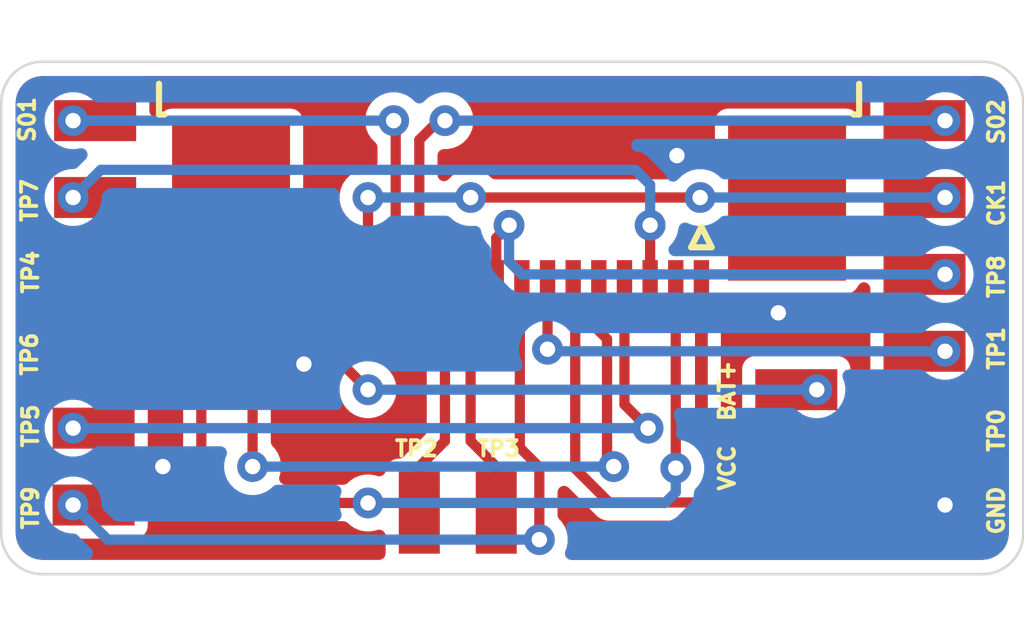
<source format=kicad_pcb>
(kicad_pcb (version 20171130) (host pcbnew "(5.1.6)-1")

  (general
    (thickness 1.6)
    (drawings 8)
    (tracks 111)
    (zones 0)
    (modules 17)
    (nets 17)
  )

  (page A4)
  (layers
    (0 F.Cu signal)
    (31 B.Cu signal)
    (32 B.Adhes user)
    (33 F.Adhes user)
    (34 B.Paste user)
    (35 F.Paste user)
    (36 B.SilkS user)
    (37 F.SilkS user)
    (38 B.Mask user)
    (39 F.Mask user)
    (40 Dwgs.User user)
    (41 Cmts.User user)
    (42 Eco1.User user)
    (43 Eco2.User user)
    (44 Edge.Cuts user)
    (45 Margin user)
    (46 B.CrtYd user)
    (47 F.CrtYd user)
    (48 B.Fab user)
    (49 F.Fab user)
  )

  (setup
    (last_trace_width 0.2)
    (trace_clearance 0.14)
    (zone_clearance 0.254)
    (zone_45_only no)
    (trace_min 0.2)
    (via_size 0.6)
    (via_drill 0.3)
    (via_min_size 0.01524)
    (via_min_drill 0.3)
    (uvia_size 0.3)
    (uvia_drill 0.1)
    (uvias_allowed no)
    (uvia_min_size 0.2)
    (uvia_min_drill 0.1)
    (edge_width 0.05)
    (segment_width 0.2)
    (pcb_text_width 0.3)
    (pcb_text_size 1.5 1.5)
    (mod_edge_width 0.12)
    (mod_text_size 1 1)
    (mod_text_width 0.15)
    (pad_size 1.6 2)
    (pad_drill 0)
    (pad_to_mask_clearance 0.051)
    (solder_mask_min_width 0.25)
    (aux_axis_origin 0 0)
    (visible_elements 7FFFFFFF)
    (pcbplotparams
      (layerselection 0x010fc_ffffffff)
      (usegerberextensions false)
      (usegerberattributes false)
      (usegerberadvancedattributes false)
      (creategerberjobfile false)
      (excludeedgelayer true)
      (linewidth 0.100000)
      (plotframeref false)
      (viasonmask false)
      (mode 1)
      (useauxorigin false)
      (hpglpennumber 1)
      (hpglpenspeed 20)
      (hpglpendiameter 15.000000)
      (psnegative false)
      (psa4output false)
      (plotreference true)
      (plotvalue true)
      (plotinvisibletext false)
      (padsonsilk false)
      (subtractmaskfromsilk false)
      (outputformat 1)
      (mirror false)
      (drillshape 0)
      (scaleselection 1)
      (outputdirectory "gerber/"))
  )

  (net 0 "")
  (net 1 GND)
  (net 2 GBA_CLK)
  (net 3 GBA_AUD1)
  (net 4 GBA_UP)
  (net 5 GBA_START)
  (net 6 GBA_DOWN)
  (net 7 GBA_AUD2)
  (net 8 GBA_A)
  (net 9 GBA_SELECT)
  (net 10 GBA_L)
  (net 11 GBA_LEFT)
  (net 12 GBA_VCC)
  (net 13 GBA_RIGHT)
  (net 14 GBA_R)
  (net 15 GBA_B)
  (net 16 BAT+)

  (net_class Default "This is the default net class."
    (clearance 0.14)
    (trace_width 0.2)
    (via_dia 0.6)
    (via_drill 0.3)
    (uvia_dia 0.3)
    (uvia_drill 0.1)
    (add_net BAT+)
    (add_net GBA_A)
    (add_net GBA_AUD1)
    (add_net GBA_AUD2)
    (add_net GBA_B)
    (add_net GBA_CLK)
    (add_net GBA_DOWN)
    (add_net GBA_L)
    (add_net GBA_LEFT)
    (add_net GBA_R)
    (add_net GBA_RIGHT)
    (add_net GBA_SELECT)
    (add_net GBA_START)
    (add_net GBA_UP)
    (add_net GND)
  )

  (net_class PWR ""
    (clearance 0.2)
    (trace_width 0.25)
    (via_dia 0.8)
    (via_drill 0.4)
    (uvia_dia 0.3)
    (uvia_drill 0.1)
    (add_net GBA_VCC)
  )

  (module Connector_FFC-FPC:TE_1-1734839-6_1x16-1MP_P0.5mm_Horizontal (layer F.Cu) (tedit 606CB84C) (tstamp 607995BB)
    (at 180.75 60.421 180)
    (descr "TE FPC connector, 16 top-side contacts, 0.5mm pitch, SMT, https://www.te.com/commerce/DocumentDelivery/DDEController?Action=showdoc&DocId=Customer+Drawing%7F1734839%7FC%7Fpdf%7FEnglish%7FENG_CD_1734839_C_C_1734839.pdf%7F4-1734839-0")
    (tags "te fpc 1734839")
    (path /600F1AFC)
    (attr smd)
    (fp_text reference J1 (at 0 -3.1) (layer F.SilkS) hide
      (effects (font (size 0.3 0.3) (thickness 0.1)))
    )
    (fp_text value Conn_01x16 (at 0 3.25) (layer Dwgs.User)
      (effects (font (size 0.3 0.3) (thickness 0.1)))
    )
    (fp_line (start 7.22 -2.4) (end -7.22 -2.4) (layer F.CrtYd) (width 0.05))
    (fp_line (start 7.22 4.25) (end 7.22 -2.4) (layer F.CrtYd) (width 0.05))
    (fp_line (start -7.22 4.25) (end 7.22 4.25) (layer F.CrtYd) (width 0.05))
    (fp_line (start -7.22 -2.4) (end -7.22 4.25) (layer F.CrtYd) (width 0.05))
    (fp_line (start 6.605 2.75) (end -6.605 2.75) (layer Dwgs.User) (width 0.1))
    (fp_line (start -3.55 -0.55) (end -3.95 -0.55) (layer F.SilkS) (width 0.12))
    (fp_line (start -3.75 -0.15) (end -3.55 -0.55) (layer F.SilkS) (width 0.12))
    (fp_line (start -3.95 -0.55) (end -3.75 -0.15) (layer F.SilkS) (width 0.12))
    (fp_line (start 6.825 2.04) (end 6.825 2.64) (layer F.SilkS) (width 0.12))
    (fp_line (start 6.715 2.04) (end 6.825 2.04) (layer F.SilkS) (width 0.12))
    (fp_line (start -6.825 2.04) (end -6.825 2.64) (layer F.SilkS) (width 0.12))
    (fp_line (start -6.715 2.04) (end -6.825 2.04) (layer F.SilkS) (width 0.12))
    (fp_line (start -3.75 0.15) (end -3.35 -0.65) (layer F.Fab) (width 0.1))
    (fp_line (start -4.15 -0.65) (end -3.75 0.15) (layer F.Fab) (width 0.1))
    (fp_line (start -6.06 2.15) (end -6.06 -0.65) (layer F.Fab) (width 0.1))
    (fp_line (start -6.715 2.15) (end -6.06 2.15) (layer F.Fab) (width 0.1))
    (fp_line (start -6.715 3.75) (end -6.715 2.15) (layer F.Fab) (width 0.1))
    (fp_line (start 6.715 3.75) (end -6.715 3.75) (layer F.Fab) (width 0.1))
    (fp_line (start 6.715 2.15) (end 6.715 3.75) (layer F.Fab) (width 0.1))
    (fp_line (start 6.06 2.15) (end 6.715 2.15) (layer F.Fab) (width 0.1))
    (fp_line (start 6.06 -0.65) (end 6.06 2.15) (layer F.Fab) (width 0.1))
    (fp_line (start -6.06 -0.65) (end 6.06 -0.65) (layer F.Fab) (width 0.1))
    (fp_text user %R (at 0 1.55) (layer F.Fab)
      (effects (font (size 0.3 0.3) (thickness 0.1)))
    )
    (pad MP smd rect (at 5.42 0.35 180) (size 2.3 3.1) (layers F.Cu F.Paste F.Mask))
    (pad MP smd rect (at -5.42 0.35 180) (size 2.3 3.1) (layers F.Cu F.Paste F.Mask))
    (pad 16 smd rect (at 3.75 -1.35 180) (size 0.3 1.1) (layers F.Cu F.Paste F.Mask)
      (net 1 GND))
    (pad 15 smd rect (at 3.25 -1.35 180) (size 0.3 1.1) (layers F.Cu F.Paste F.Mask)
      (net 16 BAT+))
    (pad 14 smd rect (at 2.75 -1.35 180) (size 0.3 1.1) (layers F.Cu F.Paste F.Mask)
      (net 2 GBA_CLK))
    (pad 13 smd rect (at 2.25 -1.35 180) (size 0.3 1.1) (layers F.Cu F.Paste F.Mask)
      (net 3 GBA_AUD1))
    (pad 12 smd rect (at 1.75 -1.35 180) (size 0.3 1.1) (layers F.Cu F.Paste F.Mask)
      (net 7 GBA_AUD2))
    (pad 11 smd rect (at 1.25 -1.35 180) (size 0.3 1.1) (layers F.Cu F.Paste F.Mask)
      (net 9 GBA_SELECT))
    (pad 10 smd rect (at 0.75 -1.35 180) (size 0.3 1.1) (layers F.Cu F.Paste F.Mask)
      (net 5 GBA_START))
    (pad 9 smd rect (at 0.25 -1.35 180) (size 0.3 1.1) (layers F.Cu F.Paste F.Mask)
      (net 14 GBA_R))
    (pad 8 smd rect (at -0.25 -1.35 180) (size 0.3 1.1) (layers F.Cu F.Paste F.Mask)
      (net 10 GBA_L))
    (pad 7 smd rect (at -0.75 -1.35 180) (size 0.3 1.1) (layers F.Cu F.Paste F.Mask)
      (net 15 GBA_B))
    (pad 6 smd rect (at -1.25 -1.35 180) (size 0.3 1.1) (layers F.Cu F.Paste F.Mask)
      (net 8 GBA_A))
    (pad 5 smd rect (at -1.75 -1.35 180) (size 0.3 1.1) (layers F.Cu F.Paste F.Mask)
      (net 13 GBA_RIGHT))
    (pad 4 smd rect (at -2.25 -1.35 180) (size 0.3 1.1) (layers F.Cu F.Paste F.Mask)
      (net 11 GBA_LEFT))
    (pad 3 smd rect (at -2.75 -1.35 180) (size 0.3 1.1) (layers F.Cu F.Paste F.Mask)
      (net 6 GBA_DOWN))
    (pad 2 smd rect (at -3.25 -1.35 180) (size 0.3 1.1) (layers F.Cu F.Paste F.Mask)
      (net 4 GBA_UP))
    (pad 1 smd rect (at -3.75 -1.35 180) (size 0.3 1.1) (layers F.Cu F.Paste F.Mask)
      (net 12 GBA_VCC))
    (model ${KISYS3DMOD}/Connector_FFC-FPC.3dshapes/TE_1-1734839-6_1x16-1MP_P0.5mm_Horizontal.wrl
      (at (xyz 0 0 0))
      (scale (xyz 1 1 1))
      (rotate (xyz 0 0 0))
    )
    (model ${KISYS3DMOD}/Connector_FFC-FPC.3dshapes/TE_1-1734592-6_1x16-1MP_P0.5mm_Horizontal.stp
      (offset (xyz 0 -3.5 1))
      (scale (xyz 1 1 1))
      (rotate (xyz -90 0 0))
    )
  )

  (module OFFSET:SOLDER_PAD (layer F.Cu) (tedit 5EC36988) (tstamp 606B74B4)
    (at 172.5 66 90)
    (path /6011F8C4)
    (fp_text reference J9 (at 0.25 2 90) (layer F.Fab)
      (effects (font (size 0.3 0.3) (thickness 0.1)))
    )
    (fp_text value TP9 (at 0.4 -1.0795 90) (layer F.SilkS)
      (effects (font (size 0.3 0.3) (thickness 0.1)) (justify right))
    )
    (pad 1 smd rect (at 0 -0.25 90) (size 0.8 1.6) (drill (offset 0 0.4)) (layers F.Cu F.Paste F.Mask)
      (net 10 GBA_L))
  )

  (module OFFSET:SOLDER_PAD (layer F.Cu) (tedit 5EC36988) (tstamp 5FFABE5B)
    (at 179 66)
    (path /6011F8D6)
    (fp_text reference J12 (at 0.25 2) (layer F.Fab)
      (effects (font (size 0.3 0.3) (thickness 0.1)))
    )
    (fp_text value TP2 (at 0.4 -1.1) (layer F.SilkS)
      (effects (font (size 0.3 0.3) (thickness 0.1)) (justify right))
    )
    (pad 1 smd rect (at 0 -0.25) (size 0.8 1.6) (drill (offset 0 0.4)) (layers F.Cu F.Paste F.Mask)
      (net 9 GBA_SELECT))
  )

  (module OFFSET:SOLDER_PAD (layer F.Cu) (tedit 5EC36988) (tstamp 606B8152)
    (at 189 66 270)
    (path /60123B7B)
    (fp_text reference J17 (at 0.25 2 90) (layer F.Fab)
      (effects (font (size 0.3 0.3) (thickness 0.1)))
    )
    (fp_text value GND (at -0.4 -1.25 90) (layer F.SilkS)
      (effects (font (size 0.3 0.3) (thickness 0.1)) (justify right))
    )
    (pad 1 smd rect (at 0 -0.25 270) (size 0.8 1.6) (drill (offset 0 0.4)) (layers F.Cu F.Paste F.Mask)
      (net 1 GND))
  )

  (module OFFSET:SOLDER_PAD (layer F.Cu) (tedit 5EC36988) (tstamp 5FFABB68)
    (at 186.5 63.75 270)
    (path /60123738)
    (fp_text reference J16 (at 0.25 2 90) (layer F.Fab)
      (effects (font (size 0.3 0.3) (thickness 0.1)))
    )
    (fp_text value BAT+ (at 0.65 1.5 90) (layer F.SilkS)
      (effects (font (size 0.3 0.3) (thickness 0.1)) (justify left))
    )
    (pad 1 smd rect (at 0 -0.25 270) (size 0.8 1.6) (drill (offset 0 0.4)) (layers F.Cu F.Paste F.Mask)
      (net 16 BAT+))
  )

  (module OFFSET:SOLDER_PAD (layer F.Cu) (tedit 5EC36988) (tstamp 606B8342)
    (at 189 60 270)
    (path /60123732)
    (fp_text reference J15 (at 0.25 2 90) (layer F.Fab)
      (effects (font (size 0.3 0.3) (thickness 0.1)))
    )
    (fp_text value CK1 (at 0.6 -1.25 90) (layer F.SilkS)
      (effects (font (size 0.3 0.3) (thickness 0.1)) (justify left))
    )
    (pad 1 smd rect (at 0 -0.25 270) (size 0.8 1.6) (drill (offset 0 0.4)) (layers F.Cu F.Paste F.Mask)
      (net 2 GBA_CLK))
  )

  (module OFFSET:SOLDER_PAD (layer F.Cu) (tedit 5EC36988) (tstamp 5FFABB5E)
    (at 172.5295 58.5 90)
    (path /6012372C)
    (fp_text reference J14 (at 0.25 2 90) (layer F.Fab)
      (effects (font (size 0.3 0.3) (thickness 0.1)))
    )
    (fp_text value S01 (at 0.5 -1.175 90) (layer F.SilkS)
      (effects (font (size 0.3 0.3) (thickness 0.1)) (justify right))
    )
    (pad 1 smd rect (at 0 -0.25 90) (size 0.8 1.6) (drill (offset 0 0.4)) (layers F.Cu F.Paste F.Mask)
      (net 3 GBA_AUD1))
  )

  (module OFFSET:SOLDER_PAD (layer F.Cu) (tedit 5EC36988) (tstamp 5FFABB59)
    (at 189 58.5 270)
    (path /6011F8DC)
    (fp_text reference J13 (at 0.25 2 90) (layer F.Fab)
      (effects (font (size 0.3 0.3) (thickness 0.1)))
    )
    (fp_text value S02 (at 0.5 -1.25 90) (layer F.SilkS)
      (effects (font (size 0.3 0.3) (thickness 0.1)) (justify left))
    )
    (pad 1 smd rect (at 0 -0.25 270) (size 0.8 1.6) (drill (offset 0 0.4)) (layers F.Cu F.Paste F.Mask)
      (net 7 GBA_AUD2))
  )

  (module OFFSET:SOLDER_PAD (layer F.Cu) (tedit 5EC36988) (tstamp 606B857B)
    (at 180.5 66)
    (path /6011F8D0)
    (fp_text reference J11 (at 0.25 2) (layer F.Fab)
      (effects (font (size 0.3 0.3) (thickness 0.1)))
    )
    (fp_text value TP3 (at 0.5 -1.1) (layer F.SilkS)
      (effects (font (size 0.3 0.3) (thickness 0.1)) (justify right))
    )
    (pad 1 smd rect (at 0 -0.25) (size 0.8 1.6) (drill (offset 0 0.4)) (layers F.Cu F.Paste F.Mask)
      (net 5 GBA_START))
  )

  (module OFFSET:SOLDER_PAD (layer F.Cu) (tedit 5EC36988) (tstamp 5FFABB4A)
    (at 189 61.5 270)
    (path /6011F8CA)
    (fp_text reference J10 (at 0.25 2 90) (layer F.Fab)
      (effects (font (size 0.3 0.3) (thickness 0.1)))
    )
    (fp_text value TP8 (at 0.5 -1.25 90) (layer F.SilkS)
      (effects (font (size 0.3 0.3) (thickness 0.1)) (justify left))
    )
    (pad 1 smd rect (at 0 -0.25 270) (size 0.8 1.6) (drill (offset 0 0.4)) (layers F.Cu F.Paste F.Mask)
      (net 14 GBA_R))
  )

  (module OFFSET:SOLDER_PAD (layer F.Cu) (tedit 5EC36988) (tstamp 5FFABB40)
    (at 189 63 270)
    (path /6011F8BE)
    (fp_text reference J8 (at 0.25 2 90) (layer F.Fab)
      (effects (font (size 0.3 0.3) (thickness 0.1)))
    )
    (fp_text value TP1 (at 0.4 -1.25 90) (layer F.SilkS)
      (effects (font (size 0.3 0.3) (thickness 0.1)) (justify left))
    )
    (pad 1 smd rect (at 0 -0.25 270) (size 0.8 1.6) (drill (offset 0 0.4)) (layers F.Cu F.Paste F.Mask)
      (net 15 GBA_B))
  )

  (module OFFSET:SOLDER_PAD (layer F.Cu) (tedit 5EC36988) (tstamp 5FFABC4E)
    (at 189 64.5 270)
    (path /6011CA1C)
    (fp_text reference J7 (at 0.25 2 90) (layer F.Fab)
      (effects (font (size 0.3 0.3) (thickness 0.1)))
    )
    (fp_text value TP0 (at 0.5 -1.25 90) (layer F.SilkS)
      (effects (font (size 0.3 0.3) (thickness 0.1)) (justify left))
    )
    (pad 1 smd rect (at 0 -0.25 270) (size 0.8 1.6) (drill (offset 0 0.4)) (layers F.Cu F.Paste F.Mask)
      (net 8 GBA_A))
  )

  (module OFFSET:SOLDER_PAD (layer F.Cu) (tedit 5EC36988) (tstamp 5FFAC491)
    (at 172.5 61.5 90)
    (path /6011CA16)
    (fp_text reference J6 (at 0.25 2 90) (layer F.Fab)
      (effects (font (size 0.3 0.3) (thickness 0.1)))
    )
    (fp_text value TP4 (at 0.5 -1.0795 90) (layer F.SilkS)
      (effects (font (size 0.3 0.3) (thickness 0.1)) (justify right))
    )
    (pad 1 smd rect (at 0 -0.25 90) (size 0.8 1.6) (drill (offset 0 0.4)) (layers F.Cu F.Paste F.Mask)
      (net 13 GBA_RIGHT))
  )

  (module OFFSET:SOLDER_PAD (layer F.Cu) (tedit 5EC36988) (tstamp 606B74F3)
    (at 172.5 64.5 90)
    (path /6011C5FC)
    (fp_text reference J5 (at 0.25 2 90) (layer F.Fab)
      (effects (font (size 0.3 0.3) (thickness 0.1)))
    )
    (fp_text value TP5 (at 0.5 -1.0795 270) (layer F.SilkS)
      (effects (font (size 0.3 0.3) (thickness 0.1)) (justify right))
    )
    (pad 1 smd rect (at 0 -0.25 90) (size 0.8 1.6) (drill (offset 0 0.4)) (layers F.Cu F.Paste F.Mask)
      (net 11 GBA_LEFT))
  )

  (module OFFSET:SOLDER_PAD (layer F.Cu) (tedit 5EC36988) (tstamp 5FFAC4A9)
    (at 172.5295 60 90)
    (path /6011C5F6)
    (fp_text reference J4 (at 0.25 2 90) (layer F.Fab)
      (effects (font (size 0.3 0.3) (thickness 0.1)))
    )
    (fp_text value TP7 (at 0.4 -1.1295 270) (layer F.SilkS)
      (effects (font (size 0.3 0.3) (thickness 0.1)) (justify right))
    )
    (pad 1 smd rect (at 0 -0.25 90) (size 0.8 1.6) (drill (offset 0 0.4)) (layers F.Cu F.Paste F.Mask)
      (net 6 GBA_DOWN))
  )

  (module OFFSET:SOLDER_PAD (layer F.Cu) (tedit 5EC36988) (tstamp 5FFAFE45)
    (at 172.5 63 90)
    (path /6011BBB1)
    (fp_text reference J3 (at 0.25 2 90) (layer F.Fab)
      (effects (font (size 0.3 0.3) (thickness 0.1)))
    )
    (fp_text value TP6 (at 0.4 -1.1 270) (layer F.SilkS)
      (effects (font (size 0.3 0.3) (thickness 0.1)) (justify right))
    )
    (pad 1 smd rect (at 0 -0.25 90) (size 0.8 1.6) (drill (offset 0 0.4)) (layers F.Cu F.Paste F.Mask)
      (net 4 GBA_UP))
  )

  (module OFFSET:SOLDER_PAD (layer F.Cu) (tedit 5EC36988) (tstamp 606B7ED6)
    (at 186.5 65.25 270)
    (path /6011B727)
    (fp_text reference J2 (at 0.25 2 90) (layer F.Fab)
      (effects (font (size 0.3 0.3) (thickness 0.1)))
    )
    (fp_text value VCC (at -0.45 1.5 270) (layer F.SilkS)
      (effects (font (size 0.3 0.3) (thickness 0.1)) (justify right))
    )
    (pad 1 smd rect (at 0 -0.25 270) (size 0.8 1.6) (drill (offset 0 0.4)) (layers F.Cu F.Paste F.Mask)
      (net 12 GBA_VCC))
  )

  (gr_arc (start 171.65 66.55) (end 171.65 67.35) (angle 90) (layer Edge.Cuts) (width 0.05) (tstamp 5FFAFF16))
  (gr_arc (start 189.975 58.15) (end 190.775 58.15) (angle -90) (layer Edge.Cuts) (width 0.05) (tstamp 5FFAFEFC))
  (gr_arc (start 189.975 66.55) (end 189.975 67.35) (angle -90) (layer Edge.Cuts) (width 0.05) (tstamp 5FFAC77D))
  (gr_arc (start 171.65 58.15) (end 171.65 57.35) (angle -90) (layer Edge.Cuts) (width 0.05))
  (gr_line (start 189.975 57.35) (end 171.65 57.35) (layer Edge.Cuts) (width 0.05) (tstamp 5FFAC6EC))
  (gr_line (start 190.775 66.55) (end 190.775 58.15) (layer Edge.Cuts) (width 0.05))
  (gr_line (start 171.65 67.35) (end 189.975 67.35) (layer Edge.Cuts) (width 0.05))
  (gr_line (start 170.85 58.15) (end 170.85 66.55) (layer Edge.Cuts) (width 0.05) (tstamp 5FFAFE53))

  (via (at 189.25 66) (size 0.6) (drill 0.3) (layers F.Cu B.Cu) (net 1))
  (segment (start 177 61.75) (end 177 60.5) (width 0.2) (layer F.Cu) (net 1))
  (segment (start 177 61.75) (end 177 63.25) (width 0.2) (layer F.Cu) (net 1))
  (via (at 184.023 59.182) (size 0.6) (drill 0.3) (layers F.Cu B.Cu) (net 1))
  (via (at 186 62.25) (size 0.6) (drill 0.3) (layers F.Cu B.Cu) (net 1))
  (via (at 176.75 63.25) (size 0.6) (drill 0.3) (layers F.Cu B.Cu) (net 1))
  (via (at 174 65.25) (size 0.6) (drill 0.3) (layers F.Cu B.Cu) (net 1))
  (via (at 189.25 60) (size 0.6) (drill 0.3) (layers F.Cu B.Cu) (net 2))
  (via (at 180 60) (size 0.6) (drill 0.3) (layers F.Cu B.Cu) (net 2))
  (segment (start 178 61.75) (end 178 60) (width 0.2) (layer F.Cu) (net 2))
  (segment (start 180 60) (end 178 60) (width 0.2) (layer B.Cu) (net 2))
  (via (at 178 60) (size 0.6) (drill 0.3) (layers F.Cu B.Cu) (net 2))
  (via (at 184.474994 60) (size 0.6) (drill 0.3) (layers F.Cu B.Cu) (net 2))
  (segment (start 189.25 60) (end 184.474994 60) (width 0.2) (layer B.Cu) (net 2))
  (segment (start 180 60) (end 184.474994 60) (width 0.2) (layer F.Cu) (net 2))
  (via (at 172.25 58.5) (size 0.6) (drill 0.3) (layers F.Cu B.Cu) (net 3))
  (segment (start 172.2795 58.5) (end 172.25 58.5) (width 0.2) (layer F.Cu) (net 3))
  (via (at 178.5 58.5) (size 0.6) (drill 0.3) (layers F.Cu B.Cu) (net 3))
  (segment (start 172.25 58.5) (end 178.5 58.5) (width 0.2) (layer B.Cu) (net 3))
  (segment (start 178.540001 58.540001) (end 178.540001 61.709999) (width 0.2) (layer F.Cu) (net 3))
  (segment (start 178.540001 61.709999) (end 178.5 61.75) (width 0.2) (layer F.Cu) (net 3))
  (segment (start 178.5 58.5) (end 178.540001 58.540001) (width 0.2) (layer F.Cu) (net 3))
  (via (at 178 65.95999) (size 0.6) (drill 0.3) (layers F.Cu B.Cu) (net 4))
  (segment (start 175 65.95999) (end 178 65.95999) (width 0.2) (layer F.Cu) (net 4))
  (segment (start 174.75 65.70999) (end 175 65.95999) (width 0.2) (layer F.Cu) (net 4))
  (segment (start 174.75 63.25) (end 174.75 65.70999) (width 0.2) (layer F.Cu) (net 4))
  (segment (start 174.5 63) (end 174.75 63.25) (width 0.2) (layer F.Cu) (net 4))
  (segment (start 172.25 63) (end 174.5 63) (width 0.2) (layer F.Cu) (net 4))
  (segment (start 183.79001 65.95999) (end 184 65.75) (width 0.2) (layer B.Cu) (net 4))
  (via (at 184 65.279509) (size 0.6) (drill 0.3) (layers F.Cu B.Cu) (net 4))
  (segment (start 184 61.75) (end 184 65.279509) (width 0.2) (layer F.Cu) (net 4))
  (segment (start 178 65.95999) (end 183.79001 65.95999) (width 0.2) (layer B.Cu) (net 4))
  (segment (start 184 65.75) (end 184 65.279509) (width 0.2) (layer B.Cu) (net 4))
  (segment (start 180.5 65.25) (end 180.5 65.663) (width 0.2) (layer F.Cu) (net 5))
  (segment (start 180 64.75) (end 180.5 65.25) (width 0.2) (layer F.Cu) (net 5))
  (segment (start 180 61.75) (end 180 64.75) (width 0.2) (layer F.Cu) (net 5))
  (via (at 172.25 60) (size 0.6) (drill 0.3) (layers F.Cu B.Cu) (net 6))
  (segment (start 172.2795 60) (end 172.25 60) (width 0.2) (layer F.Cu) (net 6))
  (via (at 183.5 60.54) (size 0.6) (drill 0.3) (layers F.Cu B.Cu) (net 6))
  (segment (start 183.5 61.75) (end 183.5 60.54) (width 0.2) (layer F.Cu) (net 6))
  (segment (start 183.5 59.75) (end 183.5 60.54) (width 0.2) (layer B.Cu) (net 6))
  (segment (start 183.209999 59.459999) (end 183.5 59.75) (width 0.2) (layer B.Cu) (net 6))
  (segment (start 172.790001 59.459999) (end 183.209999 59.459999) (width 0.2) (layer B.Cu) (net 6) (tstamp 60799688))
  (segment (start 172.25 60) (end 172.790001 59.459999) (width 0.2) (layer B.Cu) (net 6))
  (via (at 189.25 58.5) (size 0.6) (drill 0.3) (layers F.Cu B.Cu) (net 7))
  (segment (start 179.74999 58.5) (end 179.5 58.5) (width 0.2) (layer B.Cu) (net 7))
  (via (at 179.5 58.5) (size 0.6) (drill 0.3) (layers F.Cu B.Cu) (net 7))
  (segment (start 189.25 58.5) (end 179.74999 58.5) (width 0.2) (layer B.Cu) (net 7))
  (segment (start 179.375 58.5) (end 179.5 58.5) (width 0.2) (layer F.Cu) (net 7))
  (segment (start 179 58.875) (end 179.375 58.5) (width 0.2) (layer F.Cu) (net 7))
  (segment (start 179 61.75) (end 179 58.875) (width 0.2) (layer F.Cu) (net 7))
  (segment (start 182.040004 65.290004) (end 182.040004 61.790004) (width 0.2) (layer F.Cu) (net 8))
  (segment (start 187.450001 64.609999) (end 187.450001 65.890001) (width 0.2) (layer F.Cu) (net 8))
  (segment (start 182.700001 65.950001) (end 182.040004 65.290004) (width 0.2) (layer F.Cu) (net 8))
  (segment (start 187.390001 65.950001) (end 182.700001 65.950001) (width 0.2) (layer F.Cu) (net 8))
  (segment (start 182.040004 61.790004) (end 182 61.75) (width 0.2) (layer F.Cu) (net 8))
  (segment (start 187.450001 65.890001) (end 187.390001 65.950001) (width 0.2) (layer F.Cu) (net 8))
  (segment (start 187.56 64.5) (end 187.450001 64.609999) (width 0.2) (layer F.Cu) (net 8))
  (segment (start 189.25 64.5) (end 187.56 64.5) (width 0.2) (layer F.Cu) (net 8))
  (segment (start 179 65.25) (end 179 65.75) (width 0.2) (layer F.Cu) (net 9))
  (segment (start 179.5 64.75) (end 179 65.25) (width 0.2) (layer F.Cu) (net 9))
  (segment (start 179.5 61.75) (end 179.5 64.75) (width 0.2) (layer F.Cu) (net 9))
  (segment (start 172.25 66) (end 172.925001 66.675001) (width 0.2) (layer B.Cu) (net 10))
  (segment (start 172.925001 66.675001) (end 180.915832 66.675) (width 0.2) (layer B.Cu) (net 10))
  (segment (start 180.915832 66.675) (end 181.340096 66.675) (width 0.2) (layer B.Cu) (net 10))
  (via (at 181.340096 66.675) (size 0.6) (drill 0.3) (layers F.Cu B.Cu) (net 10))
  (via (at 172.25 66) (size 0.6) (drill 0.3) (layers F.Cu B.Cu) (net 10))
  (segment (start 180.959995 61.790005) (end 181 61.75) (width 0.2) (layer F.Cu) (net 10))
  (segment (start 180.959995 64.881995) (end 180.959995 61.790005) (width 0.2) (layer F.Cu) (net 10))
  (segment (start 181.340096 65.262096) (end 180.959995 64.881995) (width 0.2) (layer F.Cu) (net 10))
  (segment (start 181.340096 66.675) (end 181.340096 65.262096) (width 0.2) (layer F.Cu) (net 10))
  (via (at 172.25 64.5) (size 0.6) (drill 0.3) (layers F.Cu B.Cu) (net 11))
  (via (at 183.45999 64.5) (size 0.6) (drill 0.3) (layers F.Cu B.Cu) (net 11))
  (segment (start 183 61.75) (end 183 64.04001) (width 0.2) (layer F.Cu) (net 11))
  (segment (start 172.25 64.5) (end 183.45999 64.5) (width 0.2) (layer B.Cu) (net 11))
  (segment (start 183 64.04001) (end 183.45999 64.5) (width 0.2) (layer F.Cu) (net 11))
  (segment (start 184.5 61.75) (end 184.5 64.75) (width 0.25) (layer F.Cu) (net 12))
  (segment (start 184.5 64.75) (end 185 65.25) (width 0.25) (layer F.Cu) (net 12))
  (segment (start 185 65.25) (end 186.75 65.25) (width 0.25) (layer F.Cu) (net 12))
  (via (at 182.79 65.25) (size 0.6) (drill 0.3) (layers F.Cu B.Cu) (net 13))
  (via (at 175.75 65.25) (size 0.6) (drill 0.3) (layers F.Cu B.Cu) (net 13))
  (segment (start 182.79 65.25) (end 175.75 65.25) (width 0.2) (layer B.Cu) (net 13))
  (segment (start 182.5 61.75) (end 182.5 62.6) (width 0.2) (layer F.Cu) (net 13))
  (segment (start 182.5 62.6) (end 182.659989 62.759989) (width 0.2) (layer F.Cu) (net 13))
  (segment (start 182.659989 65.119989) (end 182.79 65.25) (width 0.2) (layer F.Cu) (net 13))
  (segment (start 182.659989 62.759989) (end 182.659989 65.119989) (width 0.2) (layer F.Cu) (net 13))
  (segment (start 173.609 61.5) (end 172.25 61.5) (width 0.2) (layer F.Cu) (net 13))
  (segment (start 173.863 61.754) (end 173.609 61.5) (width 0.2) (layer F.Cu) (net 13))
  (segment (start 173.863 62.103) (end 173.863 61.754) (width 0.2) (layer F.Cu) (net 13))
  (segment (start 174.0535 62.2935) (end 173.863 62.103) (width 0.2) (layer F.Cu) (net 13))
  (segment (start 175.5775 62.2935) (end 174.0535 62.2935) (width 0.2) (layer F.Cu) (net 13))
  (segment (start 175.75 62.466) (end 175.5775 62.2935) (width 0.2) (layer F.Cu) (net 13))
  (segment (start 175.75 65.25) (end 175.75 62.466) (width 0.2) (layer F.Cu) (net 13))
  (via (at 189.25 61.5) (size 0.6) (drill 0.3) (layers F.Cu B.Cu) (net 14))
  (via (at 180.75 60.54) (size 0.6) (drill 0.3) (layers F.Cu B.Cu) (net 14))
  (segment (start 180.5 60.79) (end 180.5 61.75) (width 0.2) (layer F.Cu) (net 14))
  (segment (start 180.75 60.54) (end 180.5 60.79) (width 0.2) (layer F.Cu) (net 14))
  (segment (start 189.25 61.5) (end 181 61.5) (width 0.2) (layer B.Cu) (net 14))
  (segment (start 181 61.5) (end 180.75 61.25) (width 0.2) (layer B.Cu) (net 14))
  (segment (start 180.75 61.25) (end 180.75 60.54) (width 0.2) (layer B.Cu) (net 14))
  (via (at 189.25 63) (size 0.6) (drill 0.3) (layers F.Cu B.Cu) (net 15))
  (segment (start 181.540002 63) (end 181.499996 62.959994) (width 0.2) (layer B.Cu) (net 15))
  (via (at 181.499996 62.959994) (size 0.6) (drill 0.3) (layers F.Cu B.Cu) (net 15))
  (segment (start 189.25 63) (end 181.540002 63) (width 0.2) (layer B.Cu) (net 15))
  (segment (start 181.5 61.75) (end 181.5 62.95999) (width 0.2) (layer F.Cu) (net 15))
  (segment (start 181.5 62.95999) (end 181.499996 62.959994) (width 0.2) (layer F.Cu) (net 15))
  (via (at 178 63.75) (size 0.6) (drill 0.3) (layers F.Cu B.Cu) (net 16))
  (via (at 186.75 63.75) (size 0.6) (drill 0.3) (layers F.Cu B.Cu) (net 16))
  (segment (start 178 63.75) (end 186.75 63.75) (width 0.2) (layer B.Cu) (net 16))
  (segment (start 177.5 63.25) (end 178 63.75) (width 0.2) (layer F.Cu) (net 16))
  (segment (start 177.5 61.771) (end 177.5 63.25) (width 0.2) (layer F.Cu) (net 16))

  (zone (net 1) (net_name GND) (layer F.Cu) (tstamp 60799D76) (hatch edge 0.508)
    (connect_pads (clearance 0.254))
    (min_thickness 0.254)
    (fill yes (arc_segments 32) (thermal_gap 0.254) (thermal_bridge_width 0.381))
    (polygon
      (pts
        (xy 190.725 57.35) (xy 190.725 67.35) (xy 170.925 67.375) (xy 170.925 57.375)
      )
    )
    (filled_polygon
      (pts
        (xy 171.666804 57.781678) (xy 171.608789 57.829289) (xy 171.561178 57.887304) (xy 171.525799 57.953492) (xy 171.504013 58.025311)
        (xy 171.496657 58.1) (xy 171.496657 58.9) (xy 171.504013 58.974689) (xy 171.525799 59.046508) (xy 171.561178 59.112696)
        (xy 171.608789 59.170711) (xy 171.666804 59.218322) (xy 171.726068 59.25) (xy 171.666804 59.281678) (xy 171.608789 59.329289)
        (xy 171.561178 59.387304) (xy 171.525799 59.453492) (xy 171.504013 59.525311) (xy 171.496657 59.6) (xy 171.496657 60.4)
        (xy 171.504013 60.474689) (xy 171.525799 60.546508) (xy 171.561178 60.612696) (xy 171.608789 60.670711) (xy 171.666804 60.718322)
        (xy 171.713477 60.74327) (xy 171.703492 60.746299) (xy 171.637304 60.781678) (xy 171.579289 60.829289) (xy 171.531678 60.887304)
        (xy 171.496299 60.953492) (xy 171.474513 61.025311) (xy 171.467157 61.1) (xy 171.467157 61.9) (xy 171.474513 61.974689)
        (xy 171.496299 62.046508) (xy 171.531678 62.112696) (xy 171.579289 62.170711) (xy 171.637304 62.218322) (xy 171.696568 62.25)
        (xy 171.637304 62.281678) (xy 171.579289 62.329289) (xy 171.531678 62.387304) (xy 171.496299 62.453492) (xy 171.474513 62.525311)
        (xy 171.467157 62.6) (xy 171.467157 63.4) (xy 171.474513 63.474689) (xy 171.496299 63.546508) (xy 171.531678 63.612696)
        (xy 171.579289 63.670711) (xy 171.637304 63.718322) (xy 171.696568 63.75) (xy 171.637304 63.781678) (xy 171.579289 63.829289)
        (xy 171.531678 63.887304) (xy 171.496299 63.953492) (xy 171.474513 64.025311) (xy 171.467157 64.1) (xy 171.467157 64.9)
        (xy 171.474513 64.974689) (xy 171.496299 65.046508) (xy 171.531678 65.112696) (xy 171.579289 65.170711) (xy 171.637304 65.218322)
        (xy 171.696568 65.25) (xy 171.637304 65.281678) (xy 171.579289 65.329289) (xy 171.531678 65.387304) (xy 171.496299 65.453492)
        (xy 171.474513 65.525311) (xy 171.467157 65.6) (xy 171.467157 66.4) (xy 171.474513 66.474689) (xy 171.496299 66.546508)
        (xy 171.531678 66.612696) (xy 171.579289 66.670711) (xy 171.637304 66.718322) (xy 171.703492 66.753701) (xy 171.775311 66.775487)
        (xy 171.85 66.782843) (xy 173.45 66.782843) (xy 173.524689 66.775487) (xy 173.596508 66.753701) (xy 173.662696 66.718322)
        (xy 173.720711 66.670711) (xy 173.768322 66.612696) (xy 173.803701 66.546508) (xy 173.825487 66.474689) (xy 173.832843 66.4)
        (xy 173.832843 65.6) (xy 173.825487 65.525311) (xy 173.803701 65.453492) (xy 173.768322 65.387304) (xy 173.720711 65.329289)
        (xy 173.662696 65.281678) (xy 173.603432 65.25) (xy 173.662696 65.218322) (xy 173.720711 65.170711) (xy 173.768322 65.112696)
        (xy 173.803701 65.046508) (xy 173.825487 64.974689) (xy 173.832843 64.9) (xy 173.832843 64.1) (xy 173.825487 64.025311)
        (xy 173.803701 63.953492) (xy 173.768322 63.887304) (xy 173.720711 63.829289) (xy 173.662696 63.781678) (xy 173.603432 63.75)
        (xy 173.662696 63.718322) (xy 173.720711 63.670711) (xy 173.768322 63.612696) (xy 173.803701 63.546508) (xy 173.823573 63.481)
        (xy 174.269 63.481) (xy 174.269001 65.686354) (xy 174.266673 65.70999) (xy 174.27596 65.804282) (xy 174.294591 65.865697)
        (xy 174.303465 65.894951) (xy 174.348129 65.978512) (xy 174.408237 66.051754) (xy 174.426589 66.066815) (xy 174.64317 66.283396)
        (xy 174.658236 66.301754) (xy 174.731478 66.361862) (xy 174.815039 66.406526) (xy 174.905708 66.43403) (xy 174.976374 66.44099)
        (xy 174.976375 66.44099) (xy 174.999999 66.443317) (xy 175.023623 66.44099) (xy 177.517921 66.44099) (xy 177.565888 66.488957)
        (xy 177.677426 66.563484) (xy 177.80136 66.614819) (xy 177.932927 66.64099) (xy 178.067073 66.64099) (xy 178.19864 66.614819)
        (xy 178.217157 66.607149) (xy 178.217157 66.944) (xy 171.669854 66.944) (xy 171.573852 66.934587) (xy 171.500599 66.912471)
        (xy 171.433039 66.876548) (xy 171.373746 66.82819) (xy 171.324973 66.769232) (xy 171.288579 66.701924) (xy 171.265955 66.628837)
        (xy 171.256 66.534123) (xy 171.256 58.169854) (xy 171.265413 58.073852) (xy 171.287528 58.000603) (xy 171.323452 57.933039)
        (xy 171.371811 57.873746) (xy 171.430767 57.824973) (xy 171.498074 57.78858) (xy 171.571167 57.765955) (xy 171.665877 57.756)
        (xy 171.714843 57.756)
      )
    )
    (filled_polygon
      (pts
        (xy 190.051148 57.765413) (xy 190.124397 57.787528) (xy 190.191961 57.823452) (xy 190.251254 57.871811) (xy 190.300027 57.930767)
        (xy 190.33642 57.998074) (xy 190.359045 58.071167) (xy 190.369001 58.165886) (xy 190.369 66.530146) (xy 190.359587 66.626148)
        (xy 190.337471 66.699401) (xy 190.301548 66.766961) (xy 190.25319 66.826254) (xy 190.194232 66.875027) (xy 190.126924 66.911421)
        (xy 190.053837 66.934045) (xy 189.959123 66.944) (xy 181.965781 66.944) (xy 181.994925 66.87364) (xy 182.021096 66.742073)
        (xy 182.021096 66.607927) (xy 181.994925 66.47636) (xy 181.94359 66.352426) (xy 181.869063 66.240888) (xy 181.821096 66.192921)
        (xy 181.821096 65.751332) (xy 182.343175 66.273412) (xy 182.358237 66.291765) (xy 182.431479 66.351873) (xy 182.451322 66.362479)
        (xy 182.515039 66.396537) (xy 182.605708 66.424041) (xy 182.700001 66.433328) (xy 182.723627 66.431001) (xy 187.366375 66.431001)
        (xy 187.390001 66.433328) (xy 187.413627 66.431001) (xy 187.484293 66.424041) (xy 187.574962 66.396537) (xy 187.658523 66.351873)
        (xy 187.667581 66.344439) (xy 187.667157 66.4) (xy 187.674513 66.474689) (xy 187.696299 66.546508) (xy 187.731678 66.612696)
        (xy 187.779289 66.670711) (xy 187.837304 66.718322) (xy 187.903492 66.753701) (xy 187.975311 66.775487) (xy 188.05 66.782843)
        (xy 188.69125 66.781) (xy 188.7865 66.68575) (xy 188.7865 66.0635) (xy 188.9135 66.0635) (xy 188.9135 66.68575)
        (xy 189.00875 66.781) (xy 189.65 66.782843) (xy 189.724689 66.775487) (xy 189.796508 66.753701) (xy 189.862696 66.718322)
        (xy 189.920711 66.670711) (xy 189.968322 66.612696) (xy 190.003701 66.546508) (xy 190.025487 66.474689) (xy 190.032843 66.4)
        (xy 190.031 66.15875) (xy 189.93575 66.0635) (xy 188.9135 66.0635) (xy 188.7865 66.0635) (xy 188.7665 66.0635)
        (xy 188.7665 65.9365) (xy 188.7865 65.9365) (xy 188.7865 65.9165) (xy 188.9135 65.9165) (xy 188.9135 65.9365)
        (xy 189.93575 65.9365) (xy 190.031 65.84125) (xy 190.032843 65.6) (xy 190.025487 65.525311) (xy 190.003701 65.453492)
        (xy 189.968322 65.387304) (xy 189.920711 65.329289) (xy 189.862696 65.281678) (xy 189.803432 65.25) (xy 189.862696 65.218322)
        (xy 189.920711 65.170711) (xy 189.968322 65.112696) (xy 190.003701 65.046508) (xy 190.025487 64.974689) (xy 190.032843 64.9)
        (xy 190.032843 64.1) (xy 190.025487 64.025311) (xy 190.003701 63.953492) (xy 189.968322 63.887304) (xy 189.920711 63.829289)
        (xy 189.862696 63.781678) (xy 189.803432 63.75) (xy 189.862696 63.718322) (xy 189.920711 63.670711) (xy 189.968322 63.612696)
        (xy 190.003701 63.546508) (xy 190.025487 63.474689) (xy 190.032843 63.4) (xy 190.032843 62.6) (xy 190.025487 62.525311)
        (xy 190.003701 62.453492) (xy 189.968322 62.387304) (xy 189.920711 62.329289) (xy 189.862696 62.281678) (xy 189.803432 62.25)
        (xy 189.862696 62.218322) (xy 189.920711 62.170711) (xy 189.968322 62.112696) (xy 190.003701 62.046508) (xy 190.025487 61.974689)
        (xy 190.032843 61.9) (xy 190.032843 61.1) (xy 190.025487 61.025311) (xy 190.003701 60.953492) (xy 189.968322 60.887304)
        (xy 189.920711 60.829289) (xy 189.862696 60.781678) (xy 189.803432 60.75) (xy 189.862696 60.718322) (xy 189.920711 60.670711)
        (xy 189.968322 60.612696) (xy 190.003701 60.546508) (xy 190.025487 60.474689) (xy 190.032843 60.4) (xy 190.032843 59.6)
        (xy 190.025487 59.525311) (xy 190.003701 59.453492) (xy 189.968322 59.387304) (xy 189.920711 59.329289) (xy 189.862696 59.281678)
        (xy 189.803432 59.25) (xy 189.862696 59.218322) (xy 189.920711 59.170711) (xy 189.968322 59.112696) (xy 190.003701 59.046508)
        (xy 190.025487 58.974689) (xy 190.032843 58.9) (xy 190.032843 58.1) (xy 190.025487 58.025311) (xy 190.003701 57.953492)
        (xy 189.968322 57.887304) (xy 189.920711 57.829289) (xy 189.862696 57.781678) (xy 189.814657 57.756) (xy 189.955146 57.756)
      )
    )
    (filled_polygon
      (pts
        (xy 176.467157 62.321) (xy 176.474513 62.395689) (xy 176.496299 62.467508) (xy 176.531678 62.533696) (xy 176.579289 62.591711)
        (xy 176.637304 62.639322) (xy 176.703492 62.674701) (xy 176.775311 62.696487) (xy 176.85 62.703843) (xy 176.88175 62.702)
        (xy 176.977 62.60675) (xy 176.977 62.403888) (xy 176.996299 62.467508) (xy 177.019 62.509979) (xy 177.019001 63.226364)
        (xy 177.016673 63.25) (xy 177.02596 63.344292) (xy 177.044839 63.406526) (xy 177.053465 63.434961) (xy 177.098129 63.518522)
        (xy 177.158237 63.591764) (xy 177.176588 63.606824) (xy 177.319 63.749236) (xy 177.319 63.817073) (xy 177.345171 63.94864)
        (xy 177.396506 64.072574) (xy 177.471033 64.184112) (xy 177.565888 64.278967) (xy 177.677426 64.353494) (xy 177.80136 64.404829)
        (xy 177.932927 64.431) (xy 178.067073 64.431) (xy 178.19864 64.404829) (xy 178.322574 64.353494) (xy 178.434112 64.278967)
        (xy 178.528967 64.184112) (xy 178.603494 64.072574) (xy 178.654829 63.94864) (xy 178.681 63.817073) (xy 178.681 63.682927)
        (xy 178.654829 63.55136) (xy 178.603494 63.427426) (xy 178.528967 63.315888) (xy 178.434112 63.221033) (xy 178.322574 63.146506)
        (xy 178.19864 63.095171) (xy 178.067073 63.069) (xy 177.999236 63.069) (xy 177.981 63.050764) (xy 177.981 62.703843)
        (xy 178.15 62.703843) (xy 178.224689 62.696487) (xy 178.25 62.688809) (xy 178.275311 62.696487) (xy 178.35 62.703843)
        (xy 178.65 62.703843) (xy 178.724689 62.696487) (xy 178.75 62.688809) (xy 178.775311 62.696487) (xy 178.85 62.703843)
        (xy 179.019 62.703843) (xy 179.019001 64.550762) (xy 178.676594 64.89317) (xy 178.658236 64.908236) (xy 178.609881 64.967157)
        (xy 178.6 64.967157) (xy 178.525311 64.974513) (xy 178.453492 64.996299) (xy 178.387304 65.031678) (xy 178.329289 65.079289)
        (xy 178.281678 65.137304) (xy 178.246299 65.203492) (xy 178.224513 65.275311) (xy 178.220674 65.314288) (xy 178.19864 65.305161)
        (xy 178.067073 65.27899) (xy 177.932927 65.27899) (xy 177.80136 65.305161) (xy 177.677426 65.356496) (xy 177.565888 65.431023)
        (xy 177.517921 65.47899) (xy 176.392258 65.47899) (xy 176.404829 65.44864) (xy 176.431 65.317073) (xy 176.431 65.182927)
        (xy 176.404829 65.05136) (xy 176.353494 64.927426) (xy 176.278967 64.815888) (xy 176.231 64.767921) (xy 176.231 62.489626)
        (xy 176.233327 62.466) (xy 176.22404 62.371707) (xy 176.208051 62.319) (xy 176.196536 62.281039) (xy 176.151872 62.197478)
        (xy 176.091764 62.124236) (xy 176.073406 62.10917) (xy 175.968079 62.003843) (xy 176.468651 62.003843)
      )
    )
    (filled_polygon
      (pts
        (xy 187.667157 61.9) (xy 187.674513 61.974689) (xy 187.696299 62.046508) (xy 187.731678 62.112696) (xy 187.779289 62.170711)
        (xy 187.837304 62.218322) (xy 187.896568 62.25) (xy 187.837304 62.281678) (xy 187.779289 62.329289) (xy 187.731678 62.387304)
        (xy 187.696299 62.453492) (xy 187.674513 62.525311) (xy 187.667157 62.6) (xy 187.667157 63.4) (xy 187.674513 63.474689)
        (xy 187.696299 63.546508) (xy 187.731678 63.612696) (xy 187.779289 63.670711) (xy 187.837304 63.718322) (xy 187.896568 63.75)
        (xy 187.837304 63.781678) (xy 187.779289 63.829289) (xy 187.731678 63.887304) (xy 187.696299 63.953492) (xy 187.676427 64.019)
        (xy 187.583626 64.019) (xy 187.559999 64.016673) (xy 187.532843 64.019348) (xy 187.532843 63.35) (xy 187.525487 63.275311)
        (xy 187.503701 63.203492) (xy 187.468322 63.137304) (xy 187.420711 63.079289) (xy 187.362696 63.031678) (xy 187.296508 62.996299)
        (xy 187.224689 62.974513) (xy 187.15 62.967157) (xy 185.55 62.967157) (xy 185.475311 62.974513) (xy 185.403492 62.996299)
        (xy 185.337304 63.031678) (xy 185.279289 63.079289) (xy 185.231678 63.137304) (xy 185.196299 63.203492) (xy 185.174513 63.275311)
        (xy 185.167157 63.35) (xy 185.167157 64.15) (xy 185.174513 64.224689) (xy 185.196299 64.296508) (xy 185.231678 64.362696)
        (xy 185.279289 64.420711) (xy 185.337304 64.468322) (xy 185.396568 64.5) (xy 185.337304 64.531678) (xy 185.279289 64.579289)
        (xy 185.231678 64.637304) (xy 185.196299 64.703492) (xy 185.189965 64.724373) (xy 185.006 64.540409) (xy 185.006 62.459929)
        (xy 185.025487 62.395689) (xy 185.032843 62.321) (xy 185.032843 62.003843) (xy 187.32 62.003843) (xy 187.394689 61.996487)
        (xy 187.466508 61.974701) (xy 187.532696 61.939322) (xy 187.590711 61.891711) (xy 187.638322 61.833696) (xy 187.667157 61.779751)
      )
    )
    (filled_polygon
      (pts
        (xy 176.967157 61.8345) (xy 176.9165 61.8345) (xy 176.9165 61.7075) (xy 176.967157 61.7075)
      )
    )
    (filled_polygon
      (pts
        (xy 187.837304 57.781678) (xy 187.779289 57.829289) (xy 187.731678 57.887304) (xy 187.696299 57.953492) (xy 187.674513 58.025311)
        (xy 187.667157 58.1) (xy 187.667157 58.362249) (xy 187.638322 58.308304) (xy 187.590711 58.250289) (xy 187.532696 58.202678)
        (xy 187.466508 58.167299) (xy 187.394689 58.145513) (xy 187.32 58.138157) (xy 185.02 58.138157) (xy 184.945311 58.145513)
        (xy 184.873492 58.167299) (xy 184.807304 58.202678) (xy 184.749289 58.250289) (xy 184.701678 58.308304) (xy 184.666299 58.374492)
        (xy 184.644513 58.446311) (xy 184.637157 58.521) (xy 184.637157 59.337915) (xy 184.542067 59.319) (xy 184.407921 59.319)
        (xy 184.276354 59.345171) (xy 184.15242 59.396506) (xy 184.040882 59.471033) (xy 183.992915 59.519) (xy 180.482079 59.519)
        (xy 180.434112 59.471033) (xy 180.322574 59.396506) (xy 180.19864 59.345171) (xy 180.067073 59.319) (xy 179.932927 59.319)
        (xy 179.80136 59.345171) (xy 179.677426 59.396506) (xy 179.565888 59.471033) (xy 179.481 59.555921) (xy 179.481 59.181)
        (xy 179.567073 59.181) (xy 179.69864 59.154829) (xy 179.822574 59.103494) (xy 179.934112 59.028967) (xy 180.028967 58.934112)
        (xy 180.103494 58.822574) (xy 180.154829 58.69864) (xy 180.181 58.567073) (xy 180.181 58.432927) (xy 180.154829 58.30136)
        (xy 180.103494 58.177426) (xy 180.028967 58.065888) (xy 179.934112 57.971033) (xy 179.822574 57.896506) (xy 179.69864 57.845171)
        (xy 179.567073 57.819) (xy 179.432927 57.819) (xy 179.30136 57.845171) (xy 179.177426 57.896506) (xy 179.065888 57.971033)
        (xy 179 58.036921) (xy 178.934112 57.971033) (xy 178.822574 57.896506) (xy 178.69864 57.845171) (xy 178.567073 57.819)
        (xy 178.432927 57.819) (xy 178.30136 57.845171) (xy 178.177426 57.896506) (xy 178.065888 57.971033) (xy 177.971033 58.065888)
        (xy 177.896506 58.177426) (xy 177.845171 58.30136) (xy 177.819 58.432927) (xy 177.819 58.567073) (xy 177.845171 58.69864)
        (xy 177.896506 58.822574) (xy 177.971033 58.934112) (xy 178.059001 59.02208) (xy 178.059001 59.319) (xy 177.932927 59.319)
        (xy 177.80136 59.345171) (xy 177.677426 59.396506) (xy 177.565888 59.471033) (xy 177.471033 59.565888) (xy 177.396506 59.677426)
        (xy 177.345171 59.80136) (xy 177.319 59.932927) (xy 177.319 60.067073) (xy 177.345171 60.19864) (xy 177.396506 60.322574)
        (xy 177.471033 60.434112) (xy 177.519001 60.48208) (xy 177.519001 60.838157) (xy 177.35 60.838157) (xy 177.275311 60.845513)
        (xy 177.25 60.853191) (xy 177.224689 60.845513) (xy 177.15 60.838157) (xy 177.11825 60.84) (xy 177.023 60.93525)
        (xy 177.023 61.024539) (xy 176.996299 61.074492) (xy 176.977 61.138112) (xy 176.977 60.93525) (xy 176.88175 60.84)
        (xy 176.862843 60.838903) (xy 176.862843 58.521) (xy 176.855487 58.446311) (xy 176.833701 58.374492) (xy 176.798322 58.308304)
        (xy 176.750711 58.250289) (xy 176.692696 58.202678) (xy 176.626508 58.167299) (xy 176.554689 58.145513) (xy 176.48 58.138157)
        (xy 174.18 58.138157) (xy 174.105311 58.145513) (xy 174.033492 58.167299) (xy 173.967304 58.202678) (xy 173.909289 58.250289)
        (xy 173.862343 58.307494) (xy 173.862343 58.1) (xy 173.854987 58.025311) (xy 173.833201 57.953492) (xy 173.797822 57.887304)
        (xy 173.750211 57.829289) (xy 173.692196 57.781678) (xy 173.644157 57.756) (xy 187.885343 57.756)
      )
    )
  )
  (zone (net 1) (net_name GND) (layer B.Cu) (tstamp 60799D73) (hatch edge 0.508)
    (connect_pads (clearance 0.254))
    (min_thickness 0.254)
    (fill yes (arc_segments 32) (thermal_gap 0.254) (thermal_bridge_width 0.381))
    (polygon
      (pts
        (xy 190.725 57.35) (xy 190.725 67.35) (xy 170.925 67.375) (xy 170.925 57.375)
      )
    )
    (filled_polygon
      (pts
        (xy 190.051148 57.765413) (xy 190.124397 57.787528) (xy 190.191961 57.823452) (xy 190.251254 57.871811) (xy 190.300027 57.930767)
        (xy 190.33642 57.998074) (xy 190.359045 58.071167) (xy 190.369001 58.165886) (xy 190.369 66.530146) (xy 190.359587 66.626148)
        (xy 190.337471 66.699401) (xy 190.301548 66.766961) (xy 190.25319 66.826254) (xy 190.194232 66.875027) (xy 190.126924 66.911421)
        (xy 190.053837 66.934045) (xy 189.959123 66.944) (xy 181.965781 66.944) (xy 181.994925 66.87364) (xy 182.021096 66.742073)
        (xy 182.021096 66.607927) (xy 181.994925 66.47636) (xy 181.980274 66.44099) (xy 183.766384 66.44099) (xy 183.79001 66.443317)
        (xy 183.813636 66.44099) (xy 183.884302 66.43403) (xy 183.974971 66.406526) (xy 184.058532 66.361862) (xy 184.131774 66.301754)
        (xy 184.14684 66.283396) (xy 184.323406 66.10683) (xy 184.341764 66.091764) (xy 184.401872 66.018522) (xy 184.433158 65.95999)
        (xy 184.446536 65.934962) (xy 184.47404 65.844293) (xy 184.482315 65.760273) (xy 184.528967 65.713621) (xy 184.603494 65.602083)
        (xy 184.654829 65.478149) (xy 184.681 65.346582) (xy 184.681 65.212436) (xy 184.654829 65.080869) (xy 184.603494 64.956935)
        (xy 184.528967 64.845397) (xy 184.434112 64.750542) (xy 184.322574 64.676015) (xy 184.19864 64.62468) (xy 184.132161 64.611456)
        (xy 184.14099 64.567073) (xy 184.14099 64.432927) (xy 184.114819 64.30136) (xy 184.085675 64.231) (xy 186.267921 64.231)
        (xy 186.315888 64.278967) (xy 186.427426 64.353494) (xy 186.55136 64.404829) (xy 186.682927 64.431) (xy 186.817073 64.431)
        (xy 186.94864 64.404829) (xy 187.072574 64.353494) (xy 187.184112 64.278967) (xy 187.278967 64.184112) (xy 187.353494 64.072574)
        (xy 187.404829 63.94864) (xy 187.431 63.817073) (xy 187.431 63.682927) (xy 187.404829 63.55136) (xy 187.375685 63.481)
        (xy 188.767921 63.481) (xy 188.815888 63.528967) (xy 188.927426 63.603494) (xy 189.05136 63.654829) (xy 189.182927 63.681)
        (xy 189.317073 63.681) (xy 189.44864 63.654829) (xy 189.572574 63.603494) (xy 189.684112 63.528967) (xy 189.778967 63.434112)
        (xy 189.853494 63.322574) (xy 189.904829 63.19864) (xy 189.931 63.067073) (xy 189.931 62.932927) (xy 189.904829 62.80136)
        (xy 189.853494 62.677426) (xy 189.778967 62.565888) (xy 189.684112 62.471033) (xy 189.572574 62.396506) (xy 189.44864 62.345171)
        (xy 189.317073 62.319) (xy 189.182927 62.319) (xy 189.05136 62.345171) (xy 188.927426 62.396506) (xy 188.815888 62.471033)
        (xy 188.767921 62.519) (xy 182.022081 62.519) (xy 181.934108 62.431027) (xy 181.82257 62.3565) (xy 181.698636 62.305165)
        (xy 181.567069 62.278994) (xy 181.432923 62.278994) (xy 181.301356 62.305165) (xy 181.177422 62.3565) (xy 181.065884 62.431027)
        (xy 180.971029 62.525882) (xy 180.896502 62.63742) (xy 180.845167 62.761354) (xy 180.818996 62.892921) (xy 180.818996 63.027067)
        (xy 180.845167 63.158634) (xy 180.890882 63.269) (xy 178.482079 63.269) (xy 178.434112 63.221033) (xy 178.322574 63.146506)
        (xy 178.19864 63.095171) (xy 178.067073 63.069) (xy 177.932927 63.069) (xy 177.80136 63.095171) (xy 177.677426 63.146506)
        (xy 177.565888 63.221033) (xy 177.471033 63.315888) (xy 177.396506 63.427426) (xy 177.345171 63.55136) (xy 177.319 63.682927)
        (xy 177.319 63.817073) (xy 177.345171 63.94864) (xy 177.374315 64.019) (xy 172.732079 64.019) (xy 172.684112 63.971033)
        (xy 172.572574 63.896506) (xy 172.44864 63.845171) (xy 172.317073 63.819) (xy 172.182927 63.819) (xy 172.05136 63.845171)
        (xy 171.927426 63.896506) (xy 171.815888 63.971033) (xy 171.721033 64.065888) (xy 171.646506 64.177426) (xy 171.595171 64.30136)
        (xy 171.569 64.432927) (xy 171.569 64.567073) (xy 171.595171 64.69864) (xy 171.646506 64.822574) (xy 171.721033 64.934112)
        (xy 171.815888 65.028967) (xy 171.927426 65.103494) (xy 172.05136 65.154829) (xy 172.182927 65.181) (xy 172.317073 65.181)
        (xy 172.44864 65.154829) (xy 172.572574 65.103494) (xy 172.684112 65.028967) (xy 172.732079 64.981) (xy 175.124315 64.981)
        (xy 175.095171 65.05136) (xy 175.069 65.182927) (xy 175.069 65.317073) (xy 175.095171 65.44864) (xy 175.146506 65.572574)
        (xy 175.221033 65.684112) (xy 175.315888 65.778967) (xy 175.427426 65.853494) (xy 175.55136 65.904829) (xy 175.682927 65.931)
        (xy 175.817073 65.931) (xy 175.94864 65.904829) (xy 176.072574 65.853494) (xy 176.184112 65.778967) (xy 176.232079 65.731)
        (xy 177.357742 65.731) (xy 177.345171 65.76135) (xy 177.319 65.892917) (xy 177.319 66.027063) (xy 177.345171 66.15863)
        (xy 177.359822 66.194001) (xy 173.124238 66.194002) (xy 172.931 66.000764) (xy 172.931 65.932927) (xy 172.904829 65.80136)
        (xy 172.853494 65.677426) (xy 172.778967 65.565888) (xy 172.684112 65.471033) (xy 172.572574 65.396506) (xy 172.44864 65.345171)
        (xy 172.317073 65.319) (xy 172.182927 65.319) (xy 172.05136 65.345171) (xy 171.927426 65.396506) (xy 171.815888 65.471033)
        (xy 171.721033 65.565888) (xy 171.646506 65.677426) (xy 171.595171 65.80136) (xy 171.569 65.932927) (xy 171.569 66.067073)
        (xy 171.595171 66.19864) (xy 171.646506 66.322574) (xy 171.721033 66.434112) (xy 171.815888 66.528967) (xy 171.927426 66.603494)
        (xy 172.05136 66.654829) (xy 172.182927 66.681) (xy 172.250764 66.681) (xy 172.513764 66.944) (xy 171.669854 66.944)
        (xy 171.573852 66.934587) (xy 171.500599 66.912471) (xy 171.433039 66.876548) (xy 171.373746 66.82819) (xy 171.324973 66.769232)
        (xy 171.288579 66.701924) (xy 171.265955 66.628837) (xy 171.256 66.534123) (xy 171.256 58.432927) (xy 171.569 58.432927)
        (xy 171.569 58.567073) (xy 171.595171 58.69864) (xy 171.646506 58.822574) (xy 171.721033 58.934112) (xy 171.815888 59.028967)
        (xy 171.927426 59.103494) (xy 172.05136 59.154829) (xy 172.182927 59.181) (xy 172.317073 59.181) (xy 172.406565 59.163199)
        (xy 172.250763 59.319) (xy 172.182927 59.319) (xy 172.05136 59.345171) (xy 171.927426 59.396506) (xy 171.815888 59.471033)
        (xy 171.721033 59.565888) (xy 171.646506 59.677426) (xy 171.595171 59.80136) (xy 171.569 59.932927) (xy 171.569 60.067073)
        (xy 171.595171 60.19864) (xy 171.646506 60.322574) (xy 171.721033 60.434112) (xy 171.815888 60.528967) (xy 171.927426 60.603494)
        (xy 172.05136 60.654829) (xy 172.182927 60.681) (xy 172.317073 60.681) (xy 172.44864 60.654829) (xy 172.572574 60.603494)
        (xy 172.684112 60.528967) (xy 172.778967 60.434112) (xy 172.853494 60.322574) (xy 172.904829 60.19864) (xy 172.931 60.067073)
        (xy 172.931 59.999237) (xy 172.989238 59.940999) (xy 177.319 59.940999) (xy 177.319 60.067073) (xy 177.345171 60.19864)
        (xy 177.396506 60.322574) (xy 177.471033 60.434112) (xy 177.565888 60.528967) (xy 177.677426 60.603494) (xy 177.80136 60.654829)
        (xy 177.932927 60.681) (xy 178.067073 60.681) (xy 178.19864 60.654829) (xy 178.322574 60.603494) (xy 178.434112 60.528967)
        (xy 178.482079 60.481) (xy 179.517921 60.481) (xy 179.565888 60.528967) (xy 179.677426 60.603494) (xy 179.80136 60.654829)
        (xy 179.932927 60.681) (xy 180.067073 60.681) (xy 180.083072 60.677817) (xy 180.095171 60.73864) (xy 180.146506 60.862574)
        (xy 180.221033 60.974112) (xy 180.269 61.022079) (xy 180.269 61.226373) (xy 180.266673 61.25) (xy 180.269 61.273625)
        (xy 180.27596 61.344291) (xy 180.303464 61.43496) (xy 180.348128 61.518522) (xy 180.408236 61.591764) (xy 180.426594 61.60683)
        (xy 180.64317 61.823406) (xy 180.658236 61.841764) (xy 180.731478 61.901872) (xy 180.815039 61.946536) (xy 180.905708 61.97404)
        (xy 180.976374 61.981) (xy 180.976375 61.981) (xy 180.999999 61.983327) (xy 181.023623 61.981) (xy 188.767921 61.981)
        (xy 188.815888 62.028967) (xy 188.927426 62.103494) (xy 189.05136 62.154829) (xy 189.182927 62.181) (xy 189.317073 62.181)
        (xy 189.44864 62.154829) (xy 189.572574 62.103494) (xy 189.684112 62.028967) (xy 189.778967 61.934112) (xy 189.853494 61.822574)
        (xy 189.904829 61.69864) (xy 189.931 61.567073) (xy 189.931 61.432927) (xy 189.904829 61.30136) (xy 189.853494 61.177426)
        (xy 189.778967 61.065888) (xy 189.684112 60.971033) (xy 189.572574 60.896506) (xy 189.44864 60.845171) (xy 189.317073 60.819)
        (xy 189.182927 60.819) (xy 189.05136 60.845171) (xy 188.927426 60.896506) (xy 188.815888 60.971033) (xy 188.767921 61.019)
        (xy 183.984079 61.019) (xy 184.028967 60.974112) (xy 184.103494 60.862574) (xy 184.154829 60.73864) (xy 184.179482 60.614703)
        (xy 184.276354 60.654829) (xy 184.407921 60.681) (xy 184.542067 60.681) (xy 184.673634 60.654829) (xy 184.797568 60.603494)
        (xy 184.909106 60.528967) (xy 184.957073 60.481) (xy 188.767921 60.481) (xy 188.815888 60.528967) (xy 188.927426 60.603494)
        (xy 189.05136 60.654829) (xy 189.182927 60.681) (xy 189.317073 60.681) (xy 189.44864 60.654829) (xy 189.572574 60.603494)
        (xy 189.684112 60.528967) (xy 189.778967 60.434112) (xy 189.853494 60.322574) (xy 189.904829 60.19864) (xy 189.931 60.067073)
        (xy 189.931 59.932927) (xy 189.904829 59.80136) (xy 189.853494 59.677426) (xy 189.778967 59.565888) (xy 189.684112 59.471033)
        (xy 189.572574 59.396506) (xy 189.44864 59.345171) (xy 189.317073 59.319) (xy 189.182927 59.319) (xy 189.05136 59.345171)
        (xy 188.927426 59.396506) (xy 188.815888 59.471033) (xy 188.767921 59.519) (xy 184.957073 59.519) (xy 184.909106 59.471033)
        (xy 184.797568 59.396506) (xy 184.673634 59.345171) (xy 184.542067 59.319) (xy 184.407921 59.319) (xy 184.276354 59.345171)
        (xy 184.15242 59.396506) (xy 184.040882 59.471033) (xy 183.946615 59.5653) (xy 183.946536 59.565039) (xy 183.901872 59.481478)
        (xy 183.841764 59.408236) (xy 183.823406 59.39317) (xy 183.566829 59.136593) (xy 183.551763 59.118235) (xy 183.478521 59.058127)
        (xy 183.39496 59.013463) (xy 183.304291 58.985959) (xy 183.253942 58.981) (xy 188.767921 58.981) (xy 188.815888 59.028967)
        (xy 188.927426 59.103494) (xy 189.05136 59.154829) (xy 189.182927 59.181) (xy 189.317073 59.181) (xy 189.44864 59.154829)
        (xy 189.572574 59.103494) (xy 189.684112 59.028967) (xy 189.778967 58.934112) (xy 189.853494 58.822574) (xy 189.904829 58.69864)
        (xy 189.931 58.567073) (xy 189.931 58.432927) (xy 189.904829 58.30136) (xy 189.853494 58.177426) (xy 189.778967 58.065888)
        (xy 189.684112 57.971033) (xy 189.572574 57.896506) (xy 189.44864 57.845171) (xy 189.317073 57.819) (xy 189.182927 57.819)
        (xy 189.05136 57.845171) (xy 188.927426 57.896506) (xy 188.815888 57.971033) (xy 188.767921 58.019) (xy 179.982079 58.019)
        (xy 179.934112 57.971033) (xy 179.822574 57.896506) (xy 179.69864 57.845171) (xy 179.567073 57.819) (xy 179.432927 57.819)
        (xy 179.30136 57.845171) (xy 179.177426 57.896506) (xy 179.065888 57.971033) (xy 179 58.036921) (xy 178.934112 57.971033)
        (xy 178.822574 57.896506) (xy 178.69864 57.845171) (xy 178.567073 57.819) (xy 178.432927 57.819) (xy 178.30136 57.845171)
        (xy 178.177426 57.896506) (xy 178.065888 57.971033) (xy 178.017921 58.019) (xy 172.732079 58.019) (xy 172.684112 57.971033)
        (xy 172.572574 57.896506) (xy 172.44864 57.845171) (xy 172.317073 57.819) (xy 172.182927 57.819) (xy 172.05136 57.845171)
        (xy 171.927426 57.896506) (xy 171.815888 57.971033) (xy 171.721033 58.065888) (xy 171.646506 58.177426) (xy 171.595171 58.30136)
        (xy 171.569 58.432927) (xy 171.256 58.432927) (xy 171.256 58.169854) (xy 171.265413 58.073852) (xy 171.287528 58.000603)
        (xy 171.323452 57.933039) (xy 171.371811 57.873746) (xy 171.430767 57.824973) (xy 171.498074 57.78858) (xy 171.571167 57.765955)
        (xy 171.665877 57.756) (xy 189.955146 57.756)
      )
    )
  )
)

</source>
